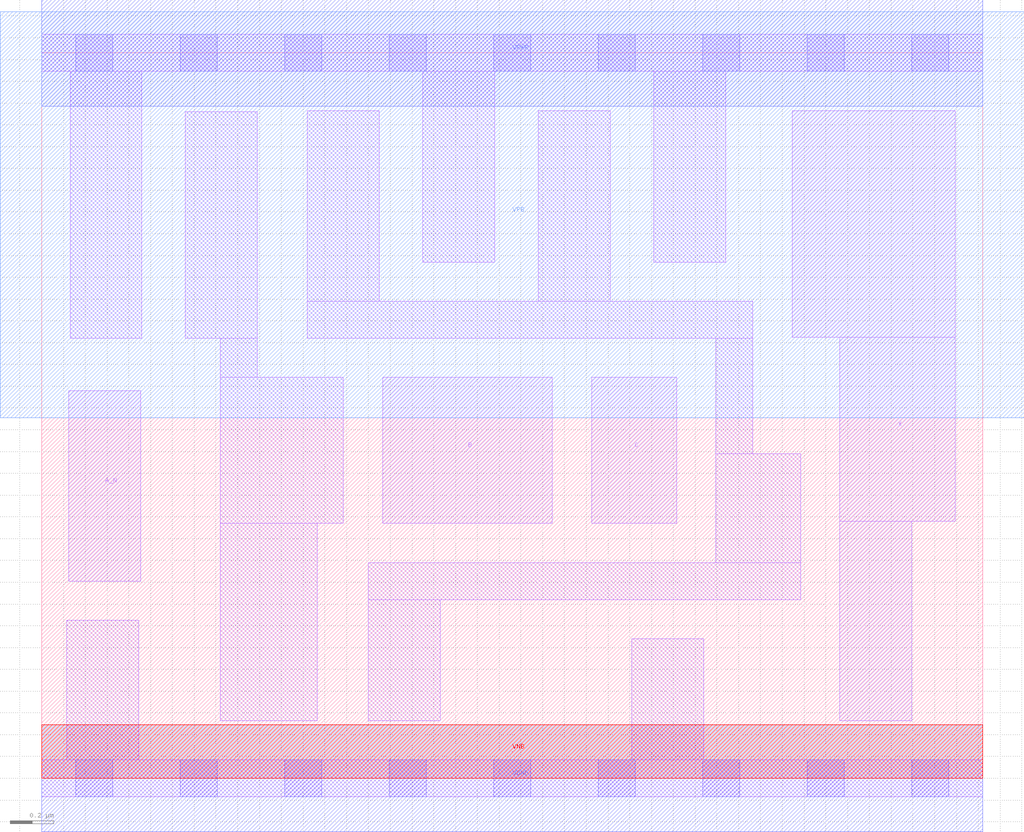
<source format=lef>
# Copyright 2020 The SkyWater PDK Authors
#
# Licensed under the Apache License, Version 2.0 (the "License");
# you may not use this file except in compliance with the License.
# You may obtain a copy of the License at
#
#     https://www.apache.org/licenses/LICENSE-2.0
#
# Unless required by applicable law or agreed to in writing, software
# distributed under the License is distributed on an "AS IS" BASIS,
# WITHOUT WARRANTIES OR CONDITIONS OF ANY KIND, either express or implied.
# See the License for the specific language governing permissions and
# limitations under the License.
#
# SPDX-License-Identifier: Apache-2.0

VERSION 5.7 ;
  NOWIREEXTENSIONATPIN ON ;
  DIVIDERCHAR "/" ;
  BUSBITCHARS "[]" ;
MACRO sky130_fd_sc_lp__and3b_lp
  CLASS CORE ;
  FOREIGN sky130_fd_sc_lp__and3b_lp ;
  ORIGIN  0.000000  0.000000 ;
  SIZE  4.320000 BY  3.330000 ;
  SYMMETRY X Y R90 ;
  SITE unit ;
  PIN A_N
    ANTENNAGATEAREA  0.376000 ;
    DIRECTION INPUT ;
    USE SIGNAL ;
    PORT
      LAYER li1 ;
        RECT 0.125000 0.905000 0.455000 1.780000 ;
    END
  END A_N
  PIN B
    ANTENNAGATEAREA  0.313000 ;
    DIRECTION INPUT ;
    USE SIGNAL ;
    PORT
      LAYER li1 ;
        RECT 1.565000 1.170000 2.345000 1.840000 ;
    END
  END B
  PIN C
    ANTENNAGATEAREA  0.313000 ;
    DIRECTION INPUT ;
    USE SIGNAL ;
    PORT
      LAYER li1 ;
        RECT 2.525000 1.170000 2.915000 1.840000 ;
    END
  END C
  PIN X
    ANTENNADIFFAREA  0.404700 ;
    DIRECTION OUTPUT ;
    USE SIGNAL ;
    PORT
      LAYER li1 ;
        RECT 3.445000 2.025000 4.195000 3.065000 ;
        RECT 3.665000 0.265000 3.995000 1.180000 ;
        RECT 3.665000 1.180000 4.195000 2.025000 ;
    END
  END X
  PIN VGND
    DIRECTION INOUT ;
    USE GROUND ;
    PORT
      LAYER met1 ;
        RECT 0.000000 -0.245000 4.320000 0.245000 ;
    END
  END VGND
  PIN VNB
    DIRECTION INOUT ;
    USE GROUND ;
    PORT
      LAYER pwell ;
        RECT 0.000000 0.000000 4.320000 0.245000 ;
    END
  END VNB
  PIN VPB
    DIRECTION INOUT ;
    USE POWER ;
    PORT
      LAYER nwell ;
        RECT -0.190000 1.655000 4.510000 3.520000 ;
    END
  END VPB
  PIN VPWR
    DIRECTION INOUT ;
    USE POWER ;
    PORT
      LAYER met1 ;
        RECT 0.000000 3.085000 4.320000 3.575000 ;
    END
  END VPWR
  OBS
    LAYER li1 ;
      RECT 0.000000 -0.085000 4.320000 0.085000 ;
      RECT 0.000000  3.245000 4.320000 3.415000 ;
      RECT 0.115000  0.085000 0.445000 0.725000 ;
      RECT 0.130000  2.020000 0.460000 3.245000 ;
      RECT 0.660000  2.020000 0.990000 3.060000 ;
      RECT 0.820000  0.265000 1.265000 1.170000 ;
      RECT 0.820000  1.170000 1.385000 1.840000 ;
      RECT 0.820000  1.840000 0.990000 2.020000 ;
      RECT 1.220000  2.020000 3.265000 2.190000 ;
      RECT 1.220000  2.190000 1.550000 3.065000 ;
      RECT 1.500000  0.265000 1.830000 0.820000 ;
      RECT 1.500000  0.820000 3.485000 0.990000 ;
      RECT 1.750000  2.370000 2.080000 3.245000 ;
      RECT 2.280000  2.190000 2.610000 3.065000 ;
      RECT 2.710000  0.085000 3.040000 0.640000 ;
      RECT 2.810000  2.370000 3.140000 3.245000 ;
      RECT 3.095000  0.990000 3.485000 1.490000 ;
      RECT 3.095000  1.490000 3.265000 2.020000 ;
    LAYER mcon ;
      RECT 0.155000 -0.085000 0.325000 0.085000 ;
      RECT 0.155000  3.245000 0.325000 3.415000 ;
      RECT 0.635000 -0.085000 0.805000 0.085000 ;
      RECT 0.635000  3.245000 0.805000 3.415000 ;
      RECT 1.115000 -0.085000 1.285000 0.085000 ;
      RECT 1.115000  3.245000 1.285000 3.415000 ;
      RECT 1.595000 -0.085000 1.765000 0.085000 ;
      RECT 1.595000  3.245000 1.765000 3.415000 ;
      RECT 2.075000 -0.085000 2.245000 0.085000 ;
      RECT 2.075000  3.245000 2.245000 3.415000 ;
      RECT 2.555000 -0.085000 2.725000 0.085000 ;
      RECT 2.555000  3.245000 2.725000 3.415000 ;
      RECT 3.035000 -0.085000 3.205000 0.085000 ;
      RECT 3.035000  3.245000 3.205000 3.415000 ;
      RECT 3.515000 -0.085000 3.685000 0.085000 ;
      RECT 3.515000  3.245000 3.685000 3.415000 ;
      RECT 3.995000 -0.085000 4.165000 0.085000 ;
      RECT 3.995000  3.245000 4.165000 3.415000 ;
  END
END sky130_fd_sc_lp__and3b_lp
END LIBRARY

</source>
